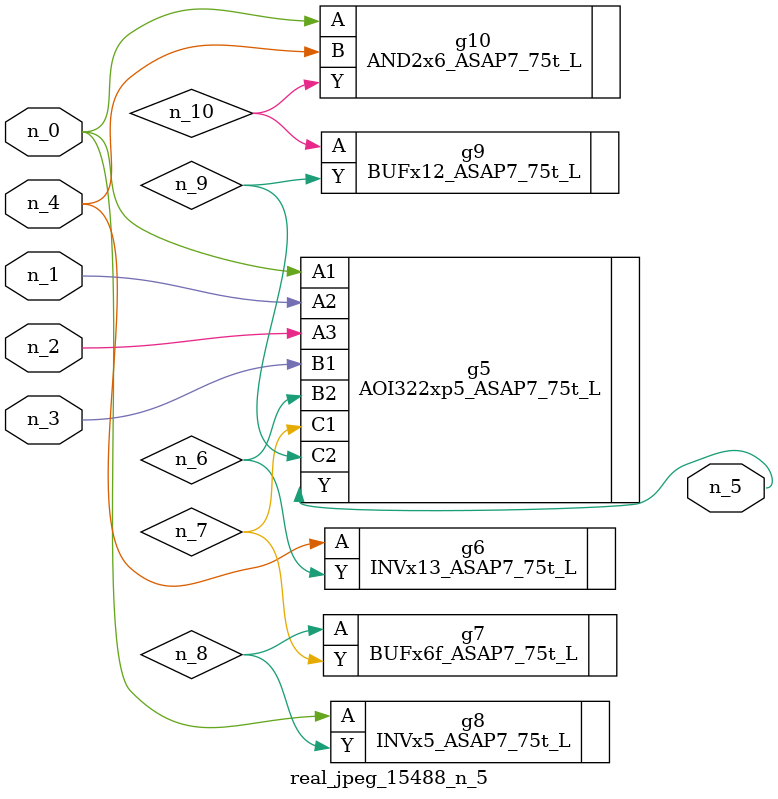
<source format=v>
module real_jpeg_15488_n_5 (n_4, n_0, n_1, n_2, n_3, n_5);

input n_4;
input n_0;
input n_1;
input n_2;
input n_3;

output n_5;

wire n_8;
wire n_6;
wire n_7;
wire n_10;
wire n_9;

AOI322xp5_ASAP7_75t_L g5 ( 
.A1(n_0),
.A2(n_1),
.A3(n_2),
.B1(n_3),
.B2(n_6),
.C1(n_7),
.C2(n_9),
.Y(n_5)
);

INVx5_ASAP7_75t_L g8 ( 
.A(n_0),
.Y(n_8)
);

AND2x6_ASAP7_75t_L g10 ( 
.A(n_0),
.B(n_4),
.Y(n_10)
);

INVx13_ASAP7_75t_L g6 ( 
.A(n_4),
.Y(n_6)
);

BUFx6f_ASAP7_75t_L g7 ( 
.A(n_8),
.Y(n_7)
);

BUFx12_ASAP7_75t_L g9 ( 
.A(n_10),
.Y(n_9)
);


endmodule
</source>
